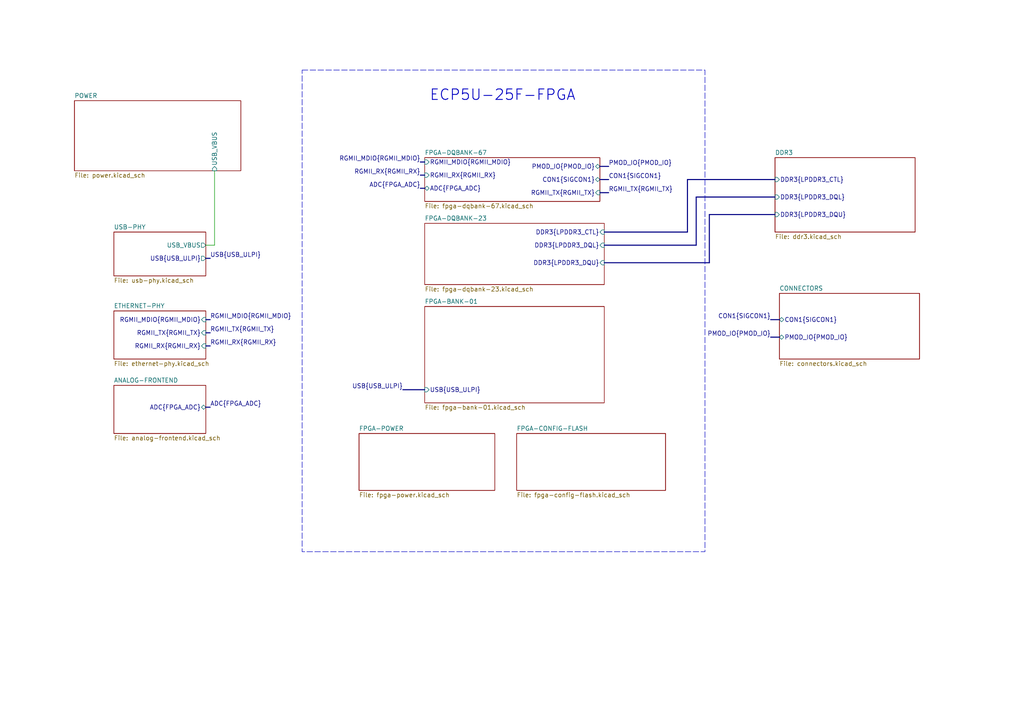
<source format=kicad_sch>
(kicad_sch
	(version 20250114)
	(generator "eeschema")
	(generator_version "9.0")
	(uuid "25b015c9-ab13-4427-b72c-b6f348597100")
	(paper "A4")
	(lib_symbols)
	(rectangle
		(start 87.63 20.32)
		(end 204.47 160.02)
		(stroke
			(width 0)
			(type dash)
		)
		(fill
			(type none)
		)
		(uuid e55cf712-d404-4fe9-b0dd-6f9ffb4f69b8)
	)
	(text "GENERAL FPGA NOTES"
		(exclude_from_sim no)
		(at 103.886 -9.652 0)
		(effects
			(font
				(size 2.54 2.54)
			)
			(justify left bottom)
		)
		(uuid "37bbccb5-68b1-4cbf-811e-00b9d04d21be")
	)
	(text "ECP5U-25F-FPGA"
		(exclude_from_sim no)
		(at 145.796 27.686 0)
		(effects
			(font
				(size 3.048 3.048)
				(thickness 0.254)
				(bold yes)
			)
		)
		(uuid "5ed746f4-8846-46ed-8fc1-4cb08fcfbd1c")
	)
	(text "POWER RECOMMENDATIONS\n- Check 3.1 TN-02038 for filtering and decoupling\n- Used banks: extra decoupling capacitance"
		(exclude_from_sim no)
		(at 104.394 -1.778 0)
		(effects
			(font
				(size 1.27 1.27)
			)
			(justify left bottom)
		)
		(uuid "7a1535c8-db71-4835-918d-647222fa8a3e")
	)
	(text "CONNECTORS\n- Connectors bound to a peripheral are kept in the same schematic\n- Connectors indifferent to FPGA bank are put in \"connectors\""
		(exclude_from_sim no)
		(at 188.468 -2.794 0)
		(effects
			(font
				(size 1.27 1.27)
			)
			(justify left bottom)
		)
		(uuid "95ca3e34-fbbc-4a62-9f01-c31a96182e60")
	)
	(text "DESIGN RULES"
		(exclude_from_sim no)
		(at 187.96 -10.668 0)
		(effects
			(font
				(size 2.54 2.54)
			)
			(justify left bottom)
		)
		(uuid "ef6c620e-7c7f-422f-b2b3-7e37ba61ac34")
	)
	(bus
		(pts
			(xy 199.39 52.07) (xy 224.79 52.07)
		)
		(stroke
			(width 0)
			(type default)
		)
		(uuid "03c9fd97-76c6-4086-84b8-3c8f9ca20fe5")
	)
	(bus
		(pts
			(xy 201.93 57.15) (xy 224.79 57.15)
		)
		(stroke
			(width 0)
			(type default)
		)
		(uuid "0b57be98-649c-459e-a35b-7f90519bf2ba")
	)
	(bus
		(pts
			(xy 205.74 62.23) (xy 224.79 62.23)
		)
		(stroke
			(width 0)
			(type default)
		)
		(uuid "11a13d5d-bf1a-48d8-805a-af25b821f6d4")
	)
	(bus
		(pts
			(xy 123.19 54.61) (xy 121.92 54.61)
		)
		(stroke
			(width 0)
			(type default)
		)
		(uuid "157a77d9-db98-4693-8264-512f2168a280")
	)
	(bus
		(pts
			(xy 59.69 96.52) (xy 60.96 96.52)
		)
		(stroke
			(width 0)
			(type default)
		)
		(uuid "15b6d510-6eb6-4dff-ba28-9dbe8e57936b")
	)
	(bus
		(pts
			(xy 59.69 74.93) (xy 60.96 74.93)
		)
		(stroke
			(width 0)
			(type default)
		)
		(uuid "1aea8970-244e-4946-b32b-128b53b15d9d")
	)
	(wire
		(pts
			(xy 59.69 71.12) (xy 62.23 71.12)
		)
		(stroke
			(width 0)
			(type default)
		)
		(uuid "29ead6ad-d2c6-4d34-9680-8441e1fac190")
	)
	(bus
		(pts
			(xy 223.52 97.79) (xy 226.06 97.79)
		)
		(stroke
			(width 0)
			(type default)
		)
		(uuid "340b59c3-0a23-4fcb-804a-a1e8d56df6c2")
	)
	(bus
		(pts
			(xy 116.84 113.03) (xy 123.19 113.03)
		)
		(stroke
			(width 0)
			(type default)
		)
		(uuid "3f4714f4-946c-4bb5-bd10-3aa94b938c19")
	)
	(bus
		(pts
			(xy 223.52 92.71) (xy 226.06 92.71)
		)
		(stroke
			(width 0)
			(type default)
		)
		(uuid "45197ca9-1b49-4d97-a176-c211e03cce4c")
	)
	(bus
		(pts
			(xy 59.69 92.71) (xy 60.96 92.71)
		)
		(stroke
			(width 0)
			(type default)
		)
		(uuid "4856b35d-c294-496c-aca9-7a833a8cc97e")
	)
	(wire
		(pts
			(xy 62.23 49.53) (xy 62.23 71.12)
		)
		(stroke
			(width 0)
			(type default)
		)
		(uuid "50820f78-d329-4f55-98b4-cb0a58c2f289")
	)
	(bus
		(pts
			(xy 205.74 76.2) (xy 175.26 76.2)
		)
		(stroke
			(width 0)
			(type default)
		)
		(uuid "5afba203-e1cb-4eb5-9bf4-481e4448e4d8")
	)
	(bus
		(pts
			(xy 201.93 57.15) (xy 201.93 71.12)
		)
		(stroke
			(width 0)
			(type default)
		)
		(uuid "645026c0-ace5-4766-ab51-60704162e2b1")
	)
	(bus
		(pts
			(xy 59.69 118.11) (xy 60.96 118.11)
		)
		(stroke
			(width 0)
			(type default)
		)
		(uuid "71f8d9e6-d44f-4646-b065-dfd242438cff")
	)
	(bus
		(pts
			(xy 59.69 100.33) (xy 60.96 100.33)
		)
		(stroke
			(width 0)
			(type default)
		)
		(uuid "7390b40c-3a3c-4837-80d4-fe6cefdf824a")
	)
	(bus
		(pts
			(xy 173.99 48.26) (xy 176.53 48.26)
		)
		(stroke
			(width 0)
			(type default)
		)
		(uuid "78c3318d-afef-4791-bd6a-da600d82fc5c")
	)
	(bus
		(pts
			(xy 175.26 67.31) (xy 199.39 67.31)
		)
		(stroke
			(width 0)
			(type default)
		)
		(uuid "7fda278f-1cc2-41b6-ad3e-051a06c29bbd")
	)
	(bus
		(pts
			(xy 173.99 52.07) (xy 176.53 52.07)
		)
		(stroke
			(width 0)
			(type default)
		)
		(uuid "a5eeae6d-285d-4eb1-b43b-10e0bf46c869")
	)
	(bus
		(pts
			(xy 123.19 50.8) (xy 121.92 50.8)
		)
		(stroke
			(width 0)
			(type default)
		)
		(uuid "a7ec4a66-895e-4572-bee2-3f43fd2cd625")
	)
	(bus
		(pts
			(xy 205.74 62.23) (xy 205.74 76.2)
		)
		(stroke
			(width 0)
			(type default)
		)
		(uuid "b22bbb0f-4efe-43bc-aa21-723ebe66fd6d")
	)
	(bus
		(pts
			(xy 199.39 67.31) (xy 199.39 52.07)
		)
		(stroke
			(width 0)
			(type default)
		)
		(uuid "bea924c1-f16d-4819-97cd-feed917855b6")
	)
	(bus
		(pts
			(xy 173.99 55.88) (xy 176.53 55.88)
		)
		(stroke
			(width 0)
			(type default)
		)
		(uuid "df643baf-eb3c-4883-ad34-516546633c34")
	)
	(bus
		(pts
			(xy 123.19 46.99) (xy 121.92 46.99)
		)
		(stroke
			(width 0)
			(type default)
		)
		(uuid "e2abf658-94e5-4448-8d71-dd3afb44a7b7")
	)
	(bus
		(pts
			(xy 201.93 71.12) (xy 175.26 71.12)
		)
		(stroke
			(width 0)
			(type default)
		)
		(uuid "f19925ce-b04b-4a19-bc51-9fba9c0405c2")
	)
	(label "ADC{FPGA_ADC}"
		(at 121.92 54.61 180)
		(effects
			(font
				(size 1.27 1.27)
			)
			(justify right bottom)
		)
		(uuid "2daf777e-2760-44be-afa9-f37d7f324306")
	)
	(label "CON1{SIGCON1}"
		(at 223.52 92.71 180)
		(effects
			(font
				(size 1.27 1.27)
			)
			(justify right bottom)
		)
		(uuid "2ecfec59-06e6-4a9d-90d0-521d45f2bb71")
	)
	(label "PMOD_IO{PMOD_IO}"
		(at 223.52 97.79 180)
		(effects
			(font
				(size 1.27 1.27)
			)
			(justify right bottom)
		)
		(uuid "3685f8e1-e418-42d9-9092-d6638d5b95df")
	)
	(label "RGMII_TX{RGMII_TX}"
		(at 60.96 96.52 0)
		(effects
			(font
				(size 1.27 1.27)
			)
			(justify left bottom)
		)
		(uuid "3b0eb563-b29e-404c-9866-a886c1757178")
	)
	(label "RGMII_RX{RGMII_RX}"
		(at 121.92 50.8 180)
		(effects
			(font
				(size 1.27 1.27)
			)
			(justify right bottom)
		)
		(uuid "4b5b53d7-f6ed-4cce-98dc-5c55d3580c96")
	)
	(label "PMOD_IO{PMOD_IO}"
		(at 176.53 48.26 0)
		(effects
			(font
				(size 1.27 1.27)
			)
			(justify left bottom)
		)
		(uuid "4e9e4164-5925-4bbb-86ed-641b7d5080bc")
	)
	(label "CON1{SIGCON1}"
		(at 176.53 52.07 0)
		(effects
			(font
				(size 1.27 1.27)
			)
			(justify left bottom)
		)
		(uuid "4fb493f5-02cb-404d-9267-adfed28da69c")
	)
	(label "ADC{FPGA_ADC}"
		(at 60.96 118.11 0)
		(effects
			(font
				(size 1.27 1.27)
			)
			(justify left bottom)
		)
		(uuid "717943ed-7189-4cc9-8390-9f5891daf993")
	)
	(label "USB{USB_ULPI}"
		(at 60.96 74.93 0)
		(effects
			(font
				(size 1.27 1.27)
			)
			(justify left bottom)
		)
		(uuid "76565feb-431c-4dde-9743-ef61650fd30d")
	)
	(label "USB{USB_ULPI}"
		(at 116.84 113.03 180)
		(effects
			(font
				(size 1.27 1.27)
			)
			(justify right bottom)
		)
		(uuid "b13eadf0-d5db-4085-b943-5d59e1430e1c")
	)
	(label "RGMII_MDIO{RGMII_MDIO}"
		(at 60.96 92.71 0)
		(effects
			(font
				(size 1.27 1.27)
			)
			(justify left bottom)
		)
		(uuid "c451751d-aa7a-4d86-97aa-ab4d0a40e955")
	)
	(label "RGMII_RX{RGMII_RX}"
		(at 60.96 100.33 0)
		(effects
			(font
				(size 1.27 1.27)
			)
			(justify left bottom)
		)
		(uuid "d824b369-53be-4b64-9810-5f8faee39617")
	)
	(label "RGMII_TX{RGMII_TX}"
		(at 176.53 55.88 0)
		(effects
			(font
				(size 1.27 1.27)
			)
			(justify left bottom)
		)
		(uuid "d9cead2a-a43d-4674-9039-7cda0f7f55a5")
	)
	(label "RGMII_MDIO{RGMII_MDIO}"
		(at 121.92 46.99 180)
		(effects
			(font
				(size 1.27 1.27)
			)
			(justify right bottom)
		)
		(uuid "ddd7c00b-d6f3-4342-a399-fd7581c0686a")
	)
	(sheet
		(at 21.59 29.21)
		(size 48.26 20.32)
		(exclude_from_sim no)
		(in_bom yes)
		(on_board yes)
		(dnp no)
		(fields_autoplaced yes)
		(stroke
			(width 0.1524)
			(type solid)
		)
		(fill
			(color 0 0 0 0.0000)
		)
		(uuid "29849069-d7d6-48b2-b5b7-a3a05f14e796")
		(property "Sheetname" "POWER"
			(at 21.59 28.4984 0)
			(effects
				(font
					(size 1.27 1.27)
				)
				(justify left bottom)
			)
		)
		(property "Sheetfile" "power.kicad_sch"
			(at 21.59 50.1146 0)
			(effects
				(font
					(size 1.27 1.27)
				)
				(justify left top)
			)
		)
		(pin "USB_VBUS" input
			(at 62.23 49.53 270)
			(uuid "0ffc1cd8-7f7a-4adb-a543-59f5704dd816")
			(effects
				(font
					(size 1.27 1.27)
				)
				(justify left)
			)
		)
		(instances
			(project "acoustic-carrier-board"
				(path "/25b015c9-ab13-4427-b72c-b6f348597100"
					(page "1")
				)
			)
		)
	)
	(sheet
		(at 149.86 125.73)
		(size 43.18 16.51)
		(exclude_from_sim no)
		(in_bom yes)
		(on_board yes)
		(dnp no)
		(fields_autoplaced yes)
		(stroke
			(width 0.1524)
			(type solid)
		)
		(fill
			(color 0 0 0 0.0000)
		)
		(uuid "36da1f88-b4f8-4b81-86e1-fac0fb6202fa")
		(property "Sheetname" "FPGA-CONFIG-FLASH"
			(at 149.86 125.0184 0)
			(effects
				(font
					(size 1.27 1.27)
				)
				(justify left bottom)
			)
		)
		(property "Sheetfile" "fpga-config-flash.kicad_sch"
			(at 149.86 142.8246 0)
			(effects
				(font
					(size 1.27 1.27)
				)
				(justify left top)
			)
		)
		(instances
			(project "acoustic-carrier-board"
				(path "/25b015c9-ab13-4427-b72c-b6f348597100"
					(page "6")
				)
			)
		)
	)
	(sheet
		(at 123.19 88.9)
		(size 52.07 27.94)
		(exclude_from_sim no)
		(in_bom yes)
		(on_board yes)
		(dnp no)
		(fields_autoplaced yes)
		(stroke
			(width 0.1524)
			(type solid)
		)
		(fill
			(color 0 0 0 0.0000)
		)
		(uuid "7e06bbd5-1e52-404d-be87-b09140719274")
		(property "Sheetname" "FPGA-BANK-01"
			(at 123.19 88.1884 0)
			(effects
				(font
					(size 1.27 1.27)
				)
				(justify left bottom)
			)
		)
		(property "Sheetfile" "fpga-bank-01.kicad_sch"
			(at 123.19 117.4246 0)
			(effects
				(font
					(size 1.27 1.27)
				)
				(justify left top)
			)
		)
		(pin "USB{USB_ULPI}" input
			(at 123.19 113.03 180)
			(uuid "4a2af2ed-e58a-480a-8ba2-26231de24a56")
			(effects
				(font
					(size 1.27 1.27)
				)
				(justify left)
			)
		)
		(instances
			(project "acoustic-carrier-board"
				(path "/25b015c9-ab13-4427-b72c-b6f348597100"
					(page "3")
				)
			)
		)
	)
	(sheet
		(at 33.02 111.76)
		(size 26.67 13.97)
		(exclude_from_sim no)
		(in_bom yes)
		(on_board yes)
		(dnp no)
		(fields_autoplaced yes)
		(stroke
			(width 0.1524)
			(type solid)
		)
		(fill
			(color 0 0 0 0.0000)
		)
		(uuid "94142f45-8b3d-48ce-ac4d-b9c7695832d7")
		(property "Sheetname" "ANALOG-FRONTEND"
			(at 33.02 111.0484 0)
			(effects
				(font
					(size 1.27 1.27)
				)
				(justify left bottom)
			)
		)
		(property "Sheetfile" "analog-frontend.kicad_sch"
			(at 33.02 126.3146 0)
			(effects
				(font
					(size 1.27 1.27)
				)
				(justify left top)
			)
		)
		(pin "ADC{FPGA_ADC}" bidirectional
			(at 59.69 118.11 0)
			(uuid "2e51e1fe-e5f9-46cf-ae38-82950759a878")
			(effects
				(font
					(size 1.27 1.27)
				)
				(justify right)
			)
		)
		(instances
			(project "acoustic-carrier-board"
				(path "/25b015c9-ab13-4427-b72c-b6f348597100"
					(page "9")
				)
			)
		)
	)
	(sheet
		(at 123.19 45.72)
		(size 50.8 12.7)
		(exclude_from_sim no)
		(in_bom yes)
		(on_board yes)
		(dnp no)
		(fields_autoplaced yes)
		(stroke
			(width 0.1524)
			(type solid)
		)
		(fill
			(color 0 0 0 0.0000)
		)
		(uuid "9b4bf25f-717e-478b-8aa4-28cd7b267efe")
		(property "Sheetname" "FPGA-DQBANK-67"
			(at 123.19 45.0084 0)
			(effects
				(font
					(size 1.27 1.27)
				)
				(justify left bottom)
			)
		)
		(property "Sheetfile" "fpga-dqbank-67.kicad_sch"
			(at 123.19 59.0046 0)
			(effects
				(font
					(size 1.27 1.27)
				)
				(justify left top)
			)
		)
		(pin "ADC{FPGA_ADC}" bidirectional
			(at 123.19 54.61 180)
			(uuid "b00e61f5-ea5f-4611-a45a-b33279b60e0e")
			(effects
				(font
					(size 1.27 1.27)
				)
				(justify left)
			)
		)
		(pin "CON1{SIGCON1}" bidirectional
			(at 173.99 52.07 0)
			(uuid "03d10647-4c98-4301-8d8c-095d9ab594a5")
			(effects
				(font
					(size 1.27 1.27)
				)
				(justify right)
			)
		)
		(pin "RGMII_RX{RGMII_RX}" input
			(at 123.19 50.8 180)
			(uuid "2db1ae6a-22c1-47d2-8200-90b24644c69b")
			(effects
				(font
					(size 1.27 1.27)
				)
				(justify left)
			)
		)
		(pin "RGMII_MDIO{RGMII_MDIO}" input
			(at 123.19 46.99 180)
			(uuid "2e4c3a42-3bcc-4eb4-b06b-de97e2f27f09")
			(effects
				(font
					(size 1.27 1.27)
				)
				(justify left)
			)
		)
		(pin "RGMII_TX{RGMII_TX}" input
			(at 173.99 55.88 0)
			(uuid "14b40d4a-364f-4dac-9983-0ce52aeb76a6")
			(effects
				(font
					(size 1.27 1.27)
				)
				(justify right)
			)
		)
		(pin "PMOD_IO{PMOD_IO}" bidirectional
			(at 173.99 48.26 0)
			(uuid "8acafb85-72f0-4d30-8608-66bcdd48b1ff")
			(effects
				(font
					(size 1.27 1.27)
				)
				(justify right)
			)
		)
		(instances
			(project "acoustic-carrier-board"
				(path "/25b015c9-ab13-4427-b72c-b6f348597100"
					(page "5")
				)
			)
		)
	)
	(sheet
		(at 104.14 125.73)
		(size 39.37 16.51)
		(exclude_from_sim no)
		(in_bom yes)
		(on_board yes)
		(dnp no)
		(fields_autoplaced yes)
		(stroke
			(width 0.1524)
			(type solid)
		)
		(fill
			(color 0 0 0 0.0000)
		)
		(uuid "aad6bec2-3cac-4ef0-abf0-8e1f80301155")
		(property "Sheetname" "FPGA-POWER"
			(at 104.14 125.0184 0)
			(effects
				(font
					(size 1.27 1.27)
				)
				(justify left bottom)
			)
		)
		(property "Sheetfile" "fpga-power.kicad_sch"
			(at 104.14 142.8246 0)
			(effects
				(font
					(size 1.27 1.27)
				)
				(justify left top)
			)
		)
		(property "Field2" ""
			(at 104.14 125.73 0)
			(effects
				(font
					(size 1.27 1.27)
				)
			)
		)
		(instances
			(project "acoustic-carrier-board"
				(path "/25b015c9-ab13-4427-b72c-b6f348597100"
					(page "2")
				)
			)
		)
	)
	(sheet
		(at 123.19 64.77)
		(size 52.07 17.78)
		(exclude_from_sim no)
		(in_bom yes)
		(on_board yes)
		(dnp no)
		(fields_autoplaced yes)
		(stroke
			(width 0.1524)
			(type solid)
		)
		(fill
			(color 0 0 0 0.0000)
		)
		(uuid "b53b103a-6456-47cb-a34f-3ea275fe1ee5")
		(property "Sheetname" "FPGA-DQBANK-23"
			(at 123.19 64.0584 0)
			(effects
				(font
					(size 1.27 1.27)
				)
				(justify left bottom)
			)
		)
		(property "Sheetfile" "fpga-dqbank-23.kicad_sch"
			(at 123.19 83.1346 0)
			(effects
				(font
					(size 1.27 1.27)
				)
				(justify left top)
			)
		)
		(pin "DDR3{LPDDR3_DQL}" input
			(at 175.26 71.12 0)
			(uuid "4005bb8f-9967-49ea-86b3-754dc2da9374")
			(effects
				(font
					(size 1.27 1.27)
				)
				(justify right)
			)
		)
		(pin "DDR3{LPDDR3_DQU}" input
			(at 175.26 76.2 0)
			(uuid "6b2d907a-7c35-4c8a-a945-08b61750e975")
			(effects
				(font
					(size 1.27 1.27)
				)
				(justify right)
			)
		)
		(pin "DDR3{LPDDR3_CTL}" input
			(at 175.26 67.31 0)
			(uuid "7cff2998-765f-474d-8a69-32e58f29b069")
			(effects
				(font
					(size 1.27 1.27)
				)
				(justify right)
			)
		)
		(instances
			(project "acoustic-carrier-board"
				(path "/25b015c9-ab13-4427-b72c-b6f348597100"
					(page "4")
				)
			)
		)
	)
	(sheet
		(at 226.06 85.09)
		(size 40.64 19.05)
		(exclude_from_sim no)
		(in_bom yes)
		(on_board yes)
		(dnp no)
		(fields_autoplaced yes)
		(stroke
			(width 0.1524)
			(type solid)
		)
		(fill
			(color 0 0 0 0.0000)
		)
		(uuid "bc102b0c-2088-41b9-b570-4eb098131c8b")
		(property "Sheetname" "CONNECTORS"
			(at 226.06 84.3784 0)
			(effects
				(font
					(size 1.27 1.27)
				)
				(justify left bottom)
			)
		)
		(property "Sheetfile" "connectors.kicad_sch"
			(at 226.06 104.7246 0)
			(effects
				(font
					(size 1.27 1.27)
				)
				(justify left top)
			)
		)
		(pin "CON1{SIGCON1}" bidirectional
			(at 226.06 92.71 180)
			(uuid "fd198a31-1945-4181-a590-dcfaec6e0c0b")
			(effects
				(font
					(size 1.27 1.27)
				)
				(justify left)
			)
		)
		(pin "PMOD_IO{PMOD_IO}" bidirectional
			(at 226.06 97.79 180)
			(uuid "706a68e3-63ab-4302-9075-6a6276d084e1")
			(effects
				(font
					(size 1.27 1.27)
				)
				(justify left)
			)
		)
		(instances
			(project "acoustic-carrier-board"
				(path "/25b015c9-ab13-4427-b72c-b6f348597100"
					(page "8")
				)
			)
		)
	)
	(sheet
		(at 33.02 67.31)
		(size 26.67 12.7)
		(exclude_from_sim no)
		(in_bom yes)
		(on_board yes)
		(dnp no)
		(fields_autoplaced yes)
		(stroke
			(width 0.1524)
			(type solid)
		)
		(fill
			(color 0 0 0 0.0000)
		)
		(uuid "bccc7554-d2b1-4102-8d28-ddff56ec5c7a")
		(property "Sheetname" "USB-PHY"
			(at 33.02 66.5984 0)
			(effects
				(font
					(size 1.27 1.27)
				)
				(justify left bottom)
			)
		)
		(property "Sheetfile" "usb-phy.kicad_sch"
			(at 33.02 80.5946 0)
			(effects
				(font
					(size 1.27 1.27)
				)
				(justify left top)
			)
		)
		(pin "USB{USB_ULPI}" output
			(at 59.69 74.93 0)
			(uuid "68b55b02-fca2-4841-8045-7d60e0d72d6e")
			(effects
				(font
					(size 1.27 1.27)
				)
				(justify right)
			)
		)
		(pin "USB_VBUS" output
			(at 59.69 71.12 0)
			(uuid "b432472b-ff9f-4b9a-99ee-7c95469ebca0")
			(effects
				(font
					(size 1.27 1.27)
				)
				(justify right)
			)
		)
		(instances
			(project "acoustic-carrier-board"
				(path "/25b015c9-ab13-4427-b72c-b6f348597100"
					(page "7")
				)
			)
		)
	)
	(sheet
		(at 33.02 90.17)
		(size 26.67 13.97)
		(exclude_from_sim no)
		(in_bom yes)
		(on_board yes)
		(dnp no)
		(fields_autoplaced yes)
		(stroke
			(width 0.1524)
			(type solid)
		)
		(fill
			(color 0 0 0 0.0000)
		)
		(uuid "d85f0c18-d011-408e-9192-d89f0585c7ff")
		(property "Sheetname" "ETHERNET-PHY"
			(at 33.02 89.4584 0)
			(effects
				(font
					(size 1.27 1.27)
				)
				(justify left bottom)
			)
		)
		(property "Sheetfile" "ethernet-phy.kicad_sch"
			(at 33.02 104.7246 0)
			(effects
				(font
					(size 1.27 1.27)
				)
				(justify left top)
			)
		)
		(property "Field2" ""
			(at 33.02 90.17 0)
			(effects
				(font
					(size 1.27 1.27)
				)
			)
		)
		(pin "RGMII_TX{RGMII_TX}" input
			(at 59.69 96.52 0)
			(uuid "4fc20981-a5e5-4702-8bca-4996992b50fe")
			(effects
				(font
					(size 1.27 1.27)
				)
				(justify right)
			)
		)
		(pin "RGMII_RX{RGMII_RX}" input
			(at 59.69 100.33 0)
			(uuid "362b7cab-7aae-4ad8-a3ff-09af7e94ad07")
			(effects
				(font
					(size 1.27 1.27)
				)
				(justify right)
			)
		)
		(pin "RGMII_MDIO{RGMII_MDIO}" input
			(at 59.69 92.71 0)
			(uuid "90898e3d-5f32-4646-a7b0-582bbe035a74")
			(effects
				(font
					(size 1.27 1.27)
				)
				(justify right)
			)
		)
		(instances
			(project "acoustic-carrier-board"
				(path "/25b015c9-ab13-4427-b72c-b6f348597100"
					(page "11")
				)
			)
		)
	)
	(sheet
		(at 224.79 45.72)
		(size 40.64 21.59)
		(exclude_from_sim no)
		(in_bom yes)
		(on_board yes)
		(dnp no)
		(fields_autoplaced yes)
		(stroke
			(width 0.1524)
			(type solid)
		)
		(fill
			(color 0 0 0 0.0000)
		)
		(uuid "f2b9f5c5-2b83-49a1-9584-962bb926f77f")
		(property "Sheetname" "DDR3"
			(at 224.79 45.0084 0)
			(effects
				(font
					(size 1.27 1.27)
				)
				(justify left bottom)
			)
		)
		(property "Sheetfile" "ddr3.kicad_sch"
			(at 224.79 67.8946 0)
			(effects
				(font
					(size 1.27 1.27)
				)
				(justify left top)
			)
		)
		(property "Field2" ""
			(at 224.79 45.72 0)
			(effects
				(font
					(size 1.27 1.27)
				)
			)
		)
		(pin "DDR3{LPDDR3_DQU}" input
			(at 224.79 62.23 180)
			(uuid "8b572aea-c78f-4dc7-b8be-af78142ee8c9")
			(effects
				(font
					(size 1.27 1.27)
				)
				(justify left)
			)
		)
		(pin "DDR3{LPDDR3_CTL}" input
			(at 224.79 52.07 180)
			(uuid "d4e794eb-b5cd-475b-be45-739f653f6b99")
			(effects
				(font
					(size 1.27 1.27)
				)
				(justify left)
			)
		)
		(pin "DDR3{LPDDR3_DQL}" input
			(at 224.79 57.15 180)
			(uuid "048d180a-f8b4-4930-94d3-115f93f3bb75")
			(effects
				(font
					(size 1.27 1.27)
				)
				(justify left)
			)
		)
		(instances
			(project "acoustic-carrier-board"
				(path "/25b015c9-ab13-4427-b72c-b6f348597100"
					(page "10")
				)
			)
		)
	)
	(sheet_instances
		(path "/"
			(page "1")
		)
	)
	(embedded_fonts no)
)

</source>
